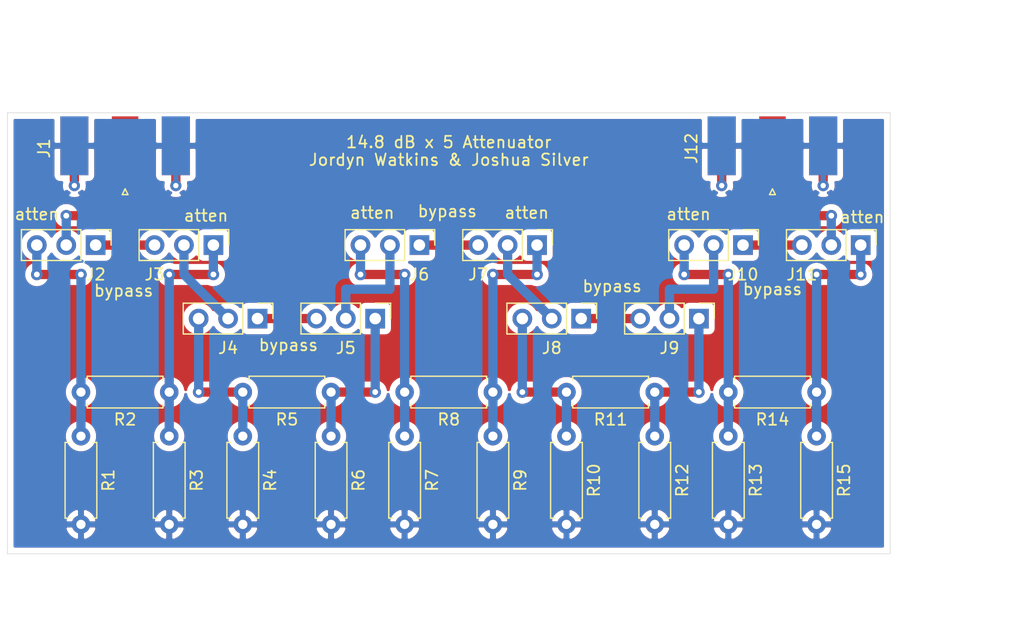
<source format=kicad_pcb>
(kicad_pcb (version 20171130) (host pcbnew "(5.1.5-0)")
  (layers (0 F.Cu signal) (31 B.Cu signal) (34 B.Paste user) (35 F.Paste user) (36 B.SilkS user) (37 F.SilkS user) (38 B.Mask user) (39 F.Mask user) (44 Edge.Cuts user))
  (net 0 "")
  (net 1 "Net-(J1-Pad1)")
  (net 2 "Net-(J2-Pad1)")
  (net 3 "Net-(J3-Pad1)")
  (net 4 "Net-(J4-Pad1)")
  (net 5 "Net-(J5-Pad2)")
  (net 6 "Net-(J5-Pad1)")
  (net 7 "Net-(J6-Pad1)")
  (net 8 "Net-(J7-Pad1)")
  (net 9 "Net-(J8-Pad1)")
  (net 10 "Net-(J10-Pad3)")
  (net 11 "Net-(J10-Pad1)")
  (net 12 "Net-(J10-Pad2)")
  (net 13 GND)
  (net 14 "Net-(J2-Pad3)")
  (net 15 "Net-(J3-Pad2)")
  (net 16 "Net-(J4-Pad3)")
  (net 17 "Net-(J6-Pad3)")
  (net 18 "Net-(J7-Pad2)")
  (net 19 "Net-(J8-Pad3)")
  (net 20 "Net-(J9-Pad1)")
  (net 21 "Net-(J11-Pad1)")
  (net 22 "Net-(J11-Pad2)")
  (module Resistor_THT:R_Axial_DIN0207_L6.3mm_D2.5mm_P7.62mm_Horizontal (layer F.Cu) (at 149.86 78.74 270)
    (fp_text reference R15 (at 3.81 -2.37 90) (layer F.SilkS))
    (fp_text value 73.2)
    (fp_line (start 0.54 -1.04) (end 0.54 -1.37) (layer F.SilkS) (width 0.12))
    (fp_line (start 0.54 -1.37) (end 7.08 -1.37) (layer F.SilkS) (width 0.12))
    (fp_line (start 7.08 -1.37) (end 7.08 -1.04) (layer F.SilkS) (width 0.12))
    (fp_line (start 0.54 1.04) (end 0.54 1.37) (layer F.SilkS) (width 0.12))
    (fp_line (start 0.54 1.37) (end 7.08 1.37) (layer F.SilkS) (width 0.12))
    (fp_line (start 7.08 1.37) (end 7.08 1.04) (layer F.SilkS) (width 0.12))
    (pad 1 thru_hole circle (at 0 0 270) (size 1.6 1.6) (drill 0.8) (layers *.Cu *.Mask) (net 21 "Net-(J11-Pad1)"))
    (pad 2 thru_hole oval (at 7.62 0 270) (size 1.6 1.6) (drill 0.8) (layers *.Cu *.Mask) (net 13 GND))
  )
  (module Connector_Coaxial:SMA_Molex_73251-1153_EdgeMount_Horizontal (layer F.Cu) (at 90.17 55.372 270)
    (fp_text reference J1 (at -1.5 7 90) (layer F.SilkS))
    (fp_text value Conn_Coaxial)
    (fp_line (start 2.5 0.25) (end 2 0) (layer F.SilkS) (width 0.12))
    (fp_line (start 2.5 -0.25) (end 2.5 0.25) (layer F.SilkS) (width 0.12))
    (fp_line (start 2 0) (end 2.5 -0.25) (layer F.SilkS) (width 0.12))
    (pad 1 smd rect (at -1.72 0 270) (size 5.08 2.29) (layers F.Cu F.Paste F.Mask) (net 1 "Net-(J1-Pad1)"))
    (pad 2 smd rect (at -1.72 -4.38 270) (size 5.08 2.42) (layers F.Cu F.Paste F.Mask) (net 13 GND))
    (pad 2 smd rect (at -1.72 4.38 270) (size 5.08 2.42) (layers F.Cu F.Paste F.Mask) (net 13 GND))
    (pad 2 smd rect (at -1.72 -4.38 270) (size 5.08 2.42) (layers B.Cu B.Paste B.Mask) (net 13 GND))
    (pad 2 smd rect (at -1.72 4.38 270) (size 5.08 2.42) (layers B.Cu B.Paste B.Mask) (net 13 GND))
    (pad 2 thru_hole circle (at 1.72 -4.38 270) (size 0.97 0.97) (drill 0.46) (layers *.Cu) (net 13 GND))
    (pad 2 thru_hole circle (at 1.72 4.38 270) (size 0.97 0.97) (drill 0.46) (layers *.Cu) (net 13 GND))
    (pad 2 smd rect (at 1.27 -4.38 270) (size 0.95 0.46) (layers F.Cu) (net 13 GND))
    (pad 2 smd rect (at 1.27 4.38 270) (size 0.95 0.46) (layers F.Cu) (net 13 GND))
    (pad 2 smd rect (at 1.27 -4.38 270) (size 0.95 0.46) (layers B.Cu) (net 13 GND))
    (pad 2 smd rect (at 1.27 4.38 270) (size 0.95 0.46) (layers B.Cu) (net 13 GND))
  )
  (module Connector_Coaxial:SMA_Molex_73251-1153_EdgeMount_Horizontal (layer F.Cu) (at 146.05 55.372 270)
    (fp_text reference J12 (at -1.5 7 90) (layer F.SilkS))
    (fp_text value Conn_Coaxial)
    (fp_line (start 2 0) (end 2.5 -0.25) (layer F.SilkS) (width 0.12))
    (fp_line (start 2.5 -0.25) (end 2.5 0.25) (layer F.SilkS) (width 0.12))
    (fp_line (start 2.5 0.25) (end 2 0) (layer F.SilkS) (width 0.12))
    (pad 2 smd rect (at 1.27 4.38 270) (size 0.95 0.46) (layers B.Cu) (net 13 GND))
    (pad 2 smd rect (at 1.27 -4.38 270) (size 0.95 0.46) (layers B.Cu) (net 13 GND))
    (pad 2 smd rect (at 1.27 4.38 270) (size 0.95 0.46) (layers F.Cu) (net 13 GND))
    (pad 2 smd rect (at 1.27 -4.38 270) (size 0.95 0.46) (layers F.Cu) (net 13 GND))
    (pad 2 thru_hole circle (at 1.72 4.38 270) (size 0.97 0.97) (drill 0.46) (layers *.Cu) (net 13 GND))
    (pad 2 thru_hole circle (at 1.72 -4.38 270) (size 0.97 0.97) (drill 0.46) (layers *.Cu) (net 13 GND))
    (pad 2 smd rect (at -1.72 4.38 270) (size 5.08 2.42) (layers B.Cu B.Paste B.Mask) (net 13 GND))
    (pad 2 smd rect (at -1.72 -4.38 270) (size 5.08 2.42) (layers B.Cu B.Paste B.Mask) (net 13 GND))
    (pad 2 smd rect (at -1.72 4.38 270) (size 5.08 2.42) (layers F.Cu F.Paste F.Mask) (net 13 GND))
    (pad 2 smd rect (at -1.72 -4.38 270) (size 5.08 2.42) (layers F.Cu F.Paste F.Mask) (net 13 GND))
    (pad 1 smd rect (at -1.72 0 270) (size 5.08 2.29) (layers F.Cu F.Paste F.Mask) (net 22 "Net-(J11-Pad2)"))
  )
  (module Resistor_THT:R_Axial_DIN0207_L6.3mm_D2.5mm_P7.62mm_Horizontal (layer F.Cu) (at 86.36 78.74 270)
    (fp_text reference R1 (at 3.81 -2.37 90) (layer F.SilkS))
    (fp_text value 73.2)
    (fp_line (start 0.54 -1.04) (end 0.54 -1.37) (layer F.SilkS) (width 0.12))
    (fp_line (start 0.54 -1.37) (end 7.08 -1.37) (layer F.SilkS) (width 0.12))
    (fp_line (start 7.08 -1.37) (end 7.08 -1.04) (layer F.SilkS) (width 0.12))
    (fp_line (start 0.54 1.04) (end 0.54 1.37) (layer F.SilkS) (width 0.12))
    (fp_line (start 0.54 1.37) (end 7.08 1.37) (layer F.SilkS) (width 0.12))
    (fp_line (start 7.08 1.37) (end 7.08 1.04) (layer F.SilkS) (width 0.12))
    (pad 1 thru_hole circle (at 0 0 270) (size 1.6 1.6) (drill 0.8) (layers *.Cu *.Mask) (net 14 "Net-(J2-Pad3)"))
    (pad 2 thru_hole oval (at 7.62 0 270) (size 1.6 1.6) (drill 0.8) (layers *.Cu *.Mask) (net 13 GND))
  )
  (module Resistor_THT:R_Axial_DIN0207_L6.3mm_D2.5mm_P7.62mm_Horizontal (layer F.Cu) (at 93.98 74.93 180)
    (fp_text reference R2 (at 3.81 -2.37) (layer F.SilkS))
    (fp_text value 133)
    (fp_line (start 0.54 -1.04) (end 0.54 -1.37) (layer F.SilkS) (width 0.12))
    (fp_line (start 0.54 -1.37) (end 7.08 -1.37) (layer F.SilkS) (width 0.12))
    (fp_line (start 7.08 -1.37) (end 7.08 -1.04) (layer F.SilkS) (width 0.12))
    (fp_line (start 0.54 1.04) (end 0.54 1.37) (layer F.SilkS) (width 0.12))
    (fp_line (start 0.54 1.37) (end 7.08 1.37) (layer F.SilkS) (width 0.12))
    (fp_line (start 7.08 1.37) (end 7.08 1.04) (layer F.SilkS) (width 0.12))
    (pad 1 thru_hole circle (at 0 0 180) (size 1.6 1.6) (drill 0.8) (layers *.Cu *.Mask) (net 3 "Net-(J3-Pad1)"))
    (pad 2 thru_hole oval (at 7.62 0 180) (size 1.6 1.6) (drill 0.8) (layers *.Cu *.Mask) (net 14 "Net-(J2-Pad3)"))
  )
  (module Resistor_THT:R_Axial_DIN0207_L6.3mm_D2.5mm_P7.62mm_Horizontal (layer F.Cu) (at 93.98 78.74 270)
    (fp_text reference R3 (at 3.81 -2.37 90) (layer F.SilkS))
    (fp_text value 73.2)
    (fp_line (start 7.08 1.37) (end 7.08 1.04) (layer F.SilkS) (width 0.12))
    (fp_line (start 0.54 1.37) (end 7.08 1.37) (layer F.SilkS) (width 0.12))
    (fp_line (start 0.54 1.04) (end 0.54 1.37) (layer F.SilkS) (width 0.12))
    (fp_line (start 7.08 -1.37) (end 7.08 -1.04) (layer F.SilkS) (width 0.12))
    (fp_line (start 0.54 -1.37) (end 7.08 -1.37) (layer F.SilkS) (width 0.12))
    (fp_line (start 0.54 -1.04) (end 0.54 -1.37) (layer F.SilkS) (width 0.12))
    (pad 2 thru_hole oval (at 7.62 0 270) (size 1.6 1.6) (drill 0.8) (layers *.Cu *.Mask) (net 13 GND))
    (pad 1 thru_hole circle (at 0 0 270) (size 1.6 1.6) (drill 0.8) (layers *.Cu *.Mask) (net 3 "Net-(J3-Pad1)"))
  )
  (module Resistor_THT:R_Axial_DIN0207_L6.3mm_D2.5mm_P7.62mm_Horizontal (layer F.Cu) (at 100.33 78.74 270)
    (fp_text reference R4 (at 3.81 -2.37 90) (layer F.SilkS))
    (fp_text value 73.2)
    (fp_line (start 7.08 1.37) (end 7.08 1.04) (layer F.SilkS) (width 0.12))
    (fp_line (start 0.54 1.37) (end 7.08 1.37) (layer F.SilkS) (width 0.12))
    (fp_line (start 0.54 1.04) (end 0.54 1.37) (layer F.SilkS) (width 0.12))
    (fp_line (start 7.08 -1.37) (end 7.08 -1.04) (layer F.SilkS) (width 0.12))
    (fp_line (start 0.54 -1.37) (end 7.08 -1.37) (layer F.SilkS) (width 0.12))
    (fp_line (start 0.54 -1.04) (end 0.54 -1.37) (layer F.SilkS) (width 0.12))
    (pad 2 thru_hole oval (at 7.62 0 270) (size 1.6 1.6) (drill 0.8) (layers *.Cu *.Mask) (net 13 GND))
    (pad 1 thru_hole circle (at 0 0 270) (size 1.6 1.6) (drill 0.8) (layers *.Cu *.Mask) (net 16 "Net-(J4-Pad3)"))
  )
  (module Resistor_THT:R_Axial_DIN0207_L6.3mm_D2.5mm_P7.62mm_Horizontal (layer F.Cu) (at 107.95 74.93 180)
    (fp_text reference R5 (at 3.81 -2.37) (layer F.SilkS))
    (fp_text value 133)
    (fp_line (start 7.08 1.37) (end 7.08 1.04) (layer F.SilkS) (width 0.12))
    (fp_line (start 0.54 1.37) (end 7.08 1.37) (layer F.SilkS) (width 0.12))
    (fp_line (start 0.54 1.04) (end 0.54 1.37) (layer F.SilkS) (width 0.12))
    (fp_line (start 7.08 -1.37) (end 7.08 -1.04) (layer F.SilkS) (width 0.12))
    (fp_line (start 0.54 -1.37) (end 7.08 -1.37) (layer F.SilkS) (width 0.12))
    (fp_line (start 0.54 -1.04) (end 0.54 -1.37) (layer F.SilkS) (width 0.12))
    (pad 2 thru_hole oval (at 7.62 0 180) (size 1.6 1.6) (drill 0.8) (layers *.Cu *.Mask) (net 16 "Net-(J4-Pad3)"))
    (pad 1 thru_hole circle (at 0 0 180) (size 1.6 1.6) (drill 0.8) (layers *.Cu *.Mask) (net 6 "Net-(J5-Pad1)"))
  )
  (module Resistor_THT:R_Axial_DIN0207_L6.3mm_D2.5mm_P7.62mm_Horizontal (layer F.Cu) (at 107.95 78.74 270)
    (fp_text reference R6 (at 3.81 -2.37 90) (layer F.SilkS))
    (fp_text value 73.2)
    (fp_line (start 0.54 -1.04) (end 0.54 -1.37) (layer F.SilkS) (width 0.12))
    (fp_line (start 0.54 -1.37) (end 7.08 -1.37) (layer F.SilkS) (width 0.12))
    (fp_line (start 7.08 -1.37) (end 7.08 -1.04) (layer F.SilkS) (width 0.12))
    (fp_line (start 0.54 1.04) (end 0.54 1.37) (layer F.SilkS) (width 0.12))
    (fp_line (start 0.54 1.37) (end 7.08 1.37) (layer F.SilkS) (width 0.12))
    (fp_line (start 7.08 1.37) (end 7.08 1.04) (layer F.SilkS) (width 0.12))
    (pad 1 thru_hole circle (at 0 0 270) (size 1.6 1.6) (drill 0.8) (layers *.Cu *.Mask) (net 6 "Net-(J5-Pad1)"))
    (pad 2 thru_hole oval (at 7.62 0 270) (size 1.6 1.6) (drill 0.8) (layers *.Cu *.Mask) (net 13 GND))
  )
  (module Resistor_THT:R_Axial_DIN0207_L6.3mm_D2.5mm_P7.62mm_Horizontal (layer F.Cu) (at 114.3 78.74 270)
    (fp_text reference R7 (at 3.81 -2.37 90) (layer F.SilkS))
    (fp_text value 73.2)
    (fp_line (start 0.54 -1.04) (end 0.54 -1.37) (layer F.SilkS) (width 0.12))
    (fp_line (start 0.54 -1.37) (end 7.08 -1.37) (layer F.SilkS) (width 0.12))
    (fp_line (start 7.08 -1.37) (end 7.08 -1.04) (layer F.SilkS) (width 0.12))
    (fp_line (start 0.54 1.04) (end 0.54 1.37) (layer F.SilkS) (width 0.12))
    (fp_line (start 0.54 1.37) (end 7.08 1.37) (layer F.SilkS) (width 0.12))
    (fp_line (start 7.08 1.37) (end 7.08 1.04) (layer F.SilkS) (width 0.12))
    (pad 1 thru_hole circle (at 0 0 270) (size 1.6 1.6) (drill 0.8) (layers *.Cu *.Mask) (net 17 "Net-(J6-Pad3)"))
    (pad 2 thru_hole oval (at 7.62 0 270) (size 1.6 1.6) (drill 0.8) (layers *.Cu *.Mask) (net 13 GND))
  )
  (module Resistor_THT:R_Axial_DIN0207_L6.3mm_D2.5mm_P7.62mm_Horizontal (layer F.Cu) (at 121.92 74.93 180)
    (fp_text reference R8 (at 3.81 -2.37) (layer F.SilkS))
    (fp_text value 133)
    (fp_line (start 0.54 -1.04) (end 0.54 -1.37) (layer F.SilkS) (width 0.12))
    (fp_line (start 0.54 -1.37) (end 7.08 -1.37) (layer F.SilkS) (width 0.12))
    (fp_line (start 7.08 -1.37) (end 7.08 -1.04) (layer F.SilkS) (width 0.12))
    (fp_line (start 0.54 1.04) (end 0.54 1.37) (layer F.SilkS) (width 0.12))
    (fp_line (start 0.54 1.37) (end 7.08 1.37) (layer F.SilkS) (width 0.12))
    (fp_line (start 7.08 1.37) (end 7.08 1.04) (layer F.SilkS) (width 0.12))
    (pad 1 thru_hole circle (at 0 0 180) (size 1.6 1.6) (drill 0.8) (layers *.Cu *.Mask) (net 8 "Net-(J7-Pad1)"))
    (pad 2 thru_hole oval (at 7.62 0 180) (size 1.6 1.6) (drill 0.8) (layers *.Cu *.Mask) (net 17 "Net-(J6-Pad3)"))
  )
  (module Resistor_THT:R_Axial_DIN0207_L6.3mm_D2.5mm_P7.62mm_Horizontal (layer F.Cu) (at 121.92 78.74 270)
    (fp_text reference R9 (at 3.81 -2.37 90) (layer F.SilkS))
    (fp_text value 73.2)
    (fp_line (start 7.08 1.37) (end 7.08 1.04) (layer F.SilkS) (width 0.12))
    (fp_line (start 0.54 1.37) (end 7.08 1.37) (layer F.SilkS) (width 0.12))
    (fp_line (start 0.54 1.04) (end 0.54 1.37) (layer F.SilkS) (width 0.12))
    (fp_line (start 7.08 -1.37) (end 7.08 -1.04) (layer F.SilkS) (width 0.12))
    (fp_line (start 0.54 -1.37) (end 7.08 -1.37) (layer F.SilkS) (width 0.12))
    (fp_line (start 0.54 -1.04) (end 0.54 -1.37) (layer F.SilkS) (width 0.12))
    (pad 2 thru_hole oval (at 7.62 0 270) (size 1.6 1.6) (drill 0.8) (layers *.Cu *.Mask) (net 13 GND))
    (pad 1 thru_hole circle (at 0 0 270) (size 1.6 1.6) (drill 0.8) (layers *.Cu *.Mask) (net 8 "Net-(J7-Pad1)"))
  )
  (module Resistor_THT:R_Axial_DIN0207_L6.3mm_D2.5mm_P7.62mm_Horizontal (layer F.Cu) (at 128.27 78.74 270)
    (fp_text reference R10 (at 3.81 -2.37 90) (layer F.SilkS))
    (fp_text value 73.2)
    (fp_line (start 7.08 1.37) (end 7.08 1.04) (layer F.SilkS) (width 0.12))
    (fp_line (start 0.54 1.37) (end 7.08 1.37) (layer F.SilkS) (width 0.12))
    (fp_line (start 0.54 1.04) (end 0.54 1.37) (layer F.SilkS) (width 0.12))
    (fp_line (start 7.08 -1.37) (end 7.08 -1.04) (layer F.SilkS) (width 0.12))
    (fp_line (start 0.54 -1.37) (end 7.08 -1.37) (layer F.SilkS) (width 0.12))
    (fp_line (start 0.54 -1.04) (end 0.54 -1.37) (layer F.SilkS) (width 0.12))
    (pad 2 thru_hole oval (at 7.62 0 270) (size 1.6 1.6) (drill 0.8) (layers *.Cu *.Mask) (net 13 GND))
    (pad 1 thru_hole circle (at 0 0 270) (size 1.6 1.6) (drill 0.8) (layers *.Cu *.Mask) (net 19 "Net-(J8-Pad3)"))
  )
  (module Resistor_THT:R_Axial_DIN0207_L6.3mm_D2.5mm_P7.62mm_Horizontal (layer F.Cu) (at 135.89 74.93 180)
    (fp_text reference R11 (at 3.81 -2.37) (layer F.SilkS))
    (fp_text value 133)
    (fp_line (start 7.08 1.37) (end 7.08 1.04) (layer F.SilkS) (width 0.12))
    (fp_line (start 0.54 1.37) (end 7.08 1.37) (layer F.SilkS) (width 0.12))
    (fp_line (start 0.54 1.04) (end 0.54 1.37) (layer F.SilkS) (width 0.12))
    (fp_line (start 7.08 -1.37) (end 7.08 -1.04) (layer F.SilkS) (width 0.12))
    (fp_line (start 0.54 -1.37) (end 7.08 -1.37) (layer F.SilkS) (width 0.12))
    (fp_line (start 0.54 -1.04) (end 0.54 -1.37) (layer F.SilkS) (width 0.12))
    (pad 2 thru_hole oval (at 7.62 0 180) (size 1.6 1.6) (drill 0.8) (layers *.Cu *.Mask) (net 19 "Net-(J8-Pad3)"))
    (pad 1 thru_hole circle (at 0 0 180) (size 1.6 1.6) (drill 0.8) (layers *.Cu *.Mask) (net 20 "Net-(J9-Pad1)"))
  )
  (module Resistor_THT:R_Axial_DIN0207_L6.3mm_D2.5mm_P7.62mm_Horizontal (layer F.Cu) (at 135.89 78.74 270)
    (fp_text reference R12 (at 3.81 -2.37 90) (layer F.SilkS))
    (fp_text value 73.2)
    (fp_line (start 0.54 -1.04) (end 0.54 -1.37) (layer F.SilkS) (width 0.12))
    (fp_line (start 0.54 -1.37) (end 7.08 -1.37) (layer F.SilkS) (width 0.12))
    (fp_line (start 7.08 -1.37) (end 7.08 -1.04) (layer F.SilkS) (width 0.12))
    (fp_line (start 0.54 1.04) (end 0.54 1.37) (layer F.SilkS) (width 0.12))
    (fp_line (start 0.54 1.37) (end 7.08 1.37) (layer F.SilkS) (width 0.12))
    (fp_line (start 7.08 1.37) (end 7.08 1.04) (layer F.SilkS) (width 0.12))
    (pad 1 thru_hole circle (at 0 0 270) (size 1.6 1.6) (drill 0.8) (layers *.Cu *.Mask) (net 20 "Net-(J9-Pad1)"))
    (pad 2 thru_hole oval (at 7.62 0 270) (size 1.6 1.6) (drill 0.8) (layers *.Cu *.Mask) (net 13 GND))
  )
  (module Resistor_THT:R_Axial_DIN0207_L6.3mm_D2.5mm_P7.62mm_Horizontal (layer F.Cu) (at 142.24 78.74 270)
    (fp_text reference R13 (at 3.81 -2.37 90) (layer F.SilkS))
    (fp_text value 73.2)
    (fp_line (start 0.54 -1.04) (end 0.54 -1.37) (layer F.SilkS) (width 0.12))
    (fp_line (start 0.54 -1.37) (end 7.08 -1.37) (layer F.SilkS) (width 0.12))
    (fp_line (start 7.08 -1.37) (end 7.08 -1.04) (layer F.SilkS) (width 0.12))
    (fp_line (start 0.54 1.04) (end 0.54 1.37) (layer F.SilkS) (width 0.12))
    (fp_line (start 0.54 1.37) (end 7.08 1.37) (layer F.SilkS) (width 0.12))
    (fp_line (start 7.08 1.37) (end 7.08 1.04) (layer F.SilkS) (width 0.12))
    (pad 1 thru_hole circle (at 0 0 270) (size 1.6 1.6) (drill 0.8) (layers *.Cu *.Mask) (net 10 "Net-(J10-Pad3)"))
    (pad 2 thru_hole oval (at 7.62 0 270) (size 1.6 1.6) (drill 0.8) (layers *.Cu *.Mask) (net 13 GND))
  )
  (module Resistor_THT:R_Axial_DIN0207_L6.3mm_D2.5mm_P7.62mm_Horizontal (layer F.Cu) (at 149.86 74.93 180)
    (fp_text reference R14 (at 3.81 -2.37) (layer F.SilkS))
    (fp_text value 133)
    (fp_line (start 7.08 1.37) (end 7.08 1.04) (layer F.SilkS) (width 0.12))
    (fp_line (start 0.54 1.37) (end 7.08 1.37) (layer F.SilkS) (width 0.12))
    (fp_line (start 0.54 1.04) (end 0.54 1.37) (layer F.SilkS) (width 0.12))
    (fp_line (start 7.08 -1.37) (end 7.08 -1.04) (layer F.SilkS) (width 0.12))
    (fp_line (start 0.54 -1.37) (end 7.08 -1.37) (layer F.SilkS) (width 0.12))
    (fp_line (start 0.54 -1.04) (end 0.54 -1.37) (layer F.SilkS) (width 0.12))
    (pad 2 thru_hole oval (at 7.62 0 180) (size 1.6 1.6) (drill 0.8) (layers *.Cu *.Mask) (net 10 "Net-(J10-Pad3)"))
    (pad 1 thru_hole circle (at 0 0 180) (size 1.6 1.6) (drill 0.8) (layers *.Cu *.Mask) (net 21 "Net-(J11-Pad1)"))
  )
  (module Connector_PinHeader_2.54mm:PinHeader_1x03_P2.54mm_Vertical (layer F.Cu) (at 87.63 62.23 270)
    (fp_text reference J2 (at 2.54 0 180) (layer F.SilkS))
    (fp_text value Conn_01x03_Male)
    (fp_line (start -1.33 6.41) (end 1.33 6.41) (layer F.SilkS) (width 0.12))
    (fp_line (start -1.33 1.27) (end -1.33 6.41) (layer F.SilkS) (width 0.12))
    (fp_line (start 1.33 1.27) (end 1.33 6.41) (layer F.SilkS) (width 0.12))
    (fp_line (start -1.33 1.27) (end 1.33 1.27) (layer F.SilkS) (width 0.12))
    (fp_line (start -1.33 0) (end -1.33 -1.33) (layer F.SilkS) (width 0.12))
    (fp_line (start -1.33 -1.33) (end 0 -1.33) (layer F.SilkS) (width 0.12))
    (pad 1 thru_hole rect (at 0 0 270) (size 1.7 1.7) (drill 1) (layers *.Cu *.Mask) (net 2 "Net-(J2-Pad1)"))
    (pad 2 thru_hole oval (at 0 2.54 270) (size 1.7 1.7) (drill 1) (layers *.Cu *.Mask) (net 1 "Net-(J1-Pad1)"))
    (pad 3 thru_hole oval (at 0 5.08 270) (size 1.7 1.7) (drill 1) (layers *.Cu *.Mask) (net 14 "Net-(J2-Pad3)"))
  )
  (module Connector_PinHeader_2.54mm:PinHeader_1x03_P2.54mm_Vertical (layer F.Cu) (at 97.79 62.23 270)
    (fp_text reference J3 (at 2.54 5.08 180) (layer F.SilkS))
    (fp_text value Conn_01x03_Male)
    (fp_line (start -1.33 6.41) (end 1.33 6.41) (layer F.SilkS) (width 0.12))
    (fp_line (start -1.33 1.27) (end -1.33 6.41) (layer F.SilkS) (width 0.12))
    (fp_line (start 1.33 1.27) (end 1.33 6.41) (layer F.SilkS) (width 0.12))
    (fp_line (start -1.33 1.27) (end 1.33 1.27) (layer F.SilkS) (width 0.12))
    (fp_line (start -1.33 0) (end -1.33 -1.33) (layer F.SilkS) (width 0.12))
    (fp_line (start -1.33 -1.33) (end 0 -1.33) (layer F.SilkS) (width 0.12))
    (pad 1 thru_hole rect (at 0 0 270) (size 1.7 1.7) (drill 1) (layers *.Cu *.Mask) (net 3 "Net-(J3-Pad1)"))
    (pad 2 thru_hole oval (at 0 2.54 270) (size 1.7 1.7) (drill 1) (layers *.Cu *.Mask) (net 15 "Net-(J3-Pad2)"))
    (pad 3 thru_hole oval (at 0 5.08 270) (size 1.7 1.7) (drill 1) (layers *.Cu *.Mask) (net 2 "Net-(J2-Pad1)"))
  )
  (module Connector_PinHeader_2.54mm:PinHeader_1x03_P2.54mm_Vertical (layer F.Cu) (at 101.6 68.58 270)
    (fp_text reference J4 (at 2.54 2.54 180) (layer F.SilkS))
    (fp_text value Conn_01x03_Male)
    (fp_line (start -1.33 -1.33) (end 0 -1.33) (layer F.SilkS) (width 0.12))
    (fp_line (start -1.33 0) (end -1.33 -1.33) (layer F.SilkS) (width 0.12))
    (fp_line (start -1.33 1.27) (end 1.33 1.27) (layer F.SilkS) (width 0.12))
    (fp_line (start 1.33 1.27) (end 1.33 6.41) (layer F.SilkS) (width 0.12))
    (fp_line (start -1.33 1.27) (end -1.33 6.41) (layer F.SilkS) (width 0.12))
    (fp_line (start -1.33 6.41) (end 1.33 6.41) (layer F.SilkS) (width 0.12))
    (pad 3 thru_hole oval (at 0 5.08 270) (size 1.7 1.7) (drill 1) (layers *.Cu *.Mask) (net 16 "Net-(J4-Pad3)"))
    (pad 2 thru_hole oval (at 0 2.54 270) (size 1.7 1.7) (drill 1) (layers *.Cu *.Mask) (net 15 "Net-(J3-Pad2)"))
    (pad 1 thru_hole rect (at 0 0 270) (size 1.7 1.7) (drill 1) (layers *.Cu *.Mask) (net 4 "Net-(J4-Pad1)"))
  )
  (module Connector_PinHeader_2.54mm:PinHeader_1x03_P2.54mm_Vertical (layer F.Cu) (at 111.76 68.58 270)
    (fp_text reference J5 (at 2.54 2.54 180) (layer F.SilkS))
    (fp_text value Conn_01x03_Male)
    (fp_line (start -1.33 6.41) (end 1.33 6.41) (layer F.SilkS) (width 0.12))
    (fp_line (start -1.33 1.27) (end -1.33 6.41) (layer F.SilkS) (width 0.12))
    (fp_line (start 1.33 1.27) (end 1.33 6.41) (layer F.SilkS) (width 0.12))
    (fp_line (start -1.33 1.27) (end 1.33 1.27) (layer F.SilkS) (width 0.12))
    (fp_line (start -1.33 0) (end -1.33 -1.33) (layer F.SilkS) (width 0.12))
    (fp_line (start -1.33 -1.33) (end 0 -1.33) (layer F.SilkS) (width 0.12))
    (pad 1 thru_hole rect (at 0 0 270) (size 1.7 1.7) (drill 1) (layers *.Cu *.Mask) (net 6 "Net-(J5-Pad1)"))
    (pad 2 thru_hole oval (at 0 2.54 270) (size 1.7 1.7) (drill 1) (layers *.Cu *.Mask) (net 5 "Net-(J5-Pad2)"))
    (pad 3 thru_hole oval (at 0 5.08 270) (size 1.7 1.7) (drill 1) (layers *.Cu *.Mask) (net 4 "Net-(J4-Pad1)"))
  )
  (module Connector_PinHeader_2.54mm:PinHeader_1x03_P2.54mm_Vertical (layer F.Cu) (at 115.57 62.23 270)
    (fp_text reference J6 (at 2.54 0 180) (layer F.SilkS))
    (fp_text value Conn_01x03_Male)
    (fp_line (start -1.33 -1.33) (end 0 -1.33) (layer F.SilkS) (width 0.12))
    (fp_line (start -1.33 0) (end -1.33 -1.33) (layer F.SilkS) (width 0.12))
    (fp_line (start -1.33 1.27) (end 1.33 1.27) (layer F.SilkS) (width 0.12))
    (fp_line (start 1.33 1.27) (end 1.33 6.41) (layer F.SilkS) (width 0.12))
    (fp_line (start -1.33 1.27) (end -1.33 6.41) (layer F.SilkS) (width 0.12))
    (fp_line (start -1.33 6.41) (end 1.33 6.41) (layer F.SilkS) (width 0.12))
    (pad 3 thru_hole oval (at 0 5.08 270) (size 1.7 1.7) (drill 1) (layers *.Cu *.Mask) (net 17 "Net-(J6-Pad3)"))
    (pad 2 thru_hole oval (at 0 2.54 270) (size 1.7 1.7) (drill 1) (layers *.Cu *.Mask) (net 5 "Net-(J5-Pad2)"))
    (pad 1 thru_hole rect (at 0 0 270) (size 1.7 1.7) (drill 1) (layers *.Cu *.Mask) (net 7 "Net-(J6-Pad1)"))
  )
  (module Connector_PinHeader_2.54mm:PinHeader_1x03_P2.54mm_Vertical (layer F.Cu) (at 125.73 62.23 270)
    (fp_text reference J7 (at 2.54 5.08 180) (layer F.SilkS))
    (fp_text value Conn_01x03_Male)
    (fp_line (start -1.33 6.41) (end 1.33 6.41) (layer F.SilkS) (width 0.12))
    (fp_line (start -1.33 1.27) (end -1.33 6.41) (layer F.SilkS) (width 0.12))
    (fp_line (start 1.33 1.27) (end 1.33 6.41) (layer F.SilkS) (width 0.12))
    (fp_line (start -1.33 1.27) (end 1.33 1.27) (layer F.SilkS) (width 0.12))
    (fp_line (start -1.33 0) (end -1.33 -1.33) (layer F.SilkS) (width 0.12))
    (fp_line (start -1.33 -1.33) (end 0 -1.33) (layer F.SilkS) (width 0.12))
    (pad 1 thru_hole rect (at 0 0 270) (size 1.7 1.7) (drill 1) (layers *.Cu *.Mask) (net 8 "Net-(J7-Pad1)"))
    (pad 2 thru_hole oval (at 0 2.54 270) (size 1.7 1.7) (drill 1) (layers *.Cu *.Mask) (net 18 "Net-(J7-Pad2)"))
    (pad 3 thru_hole oval (at 0 5.08 270) (size 1.7 1.7) (drill 1) (layers *.Cu *.Mask) (net 7 "Net-(J6-Pad1)"))
  )
  (module Connector_PinHeader_2.54mm:PinHeader_1x03_P2.54mm_Vertical (layer F.Cu) (at 129.54 68.58 270)
    (fp_text reference J8 (at 2.54 2.54 180) (layer F.SilkS))
    (fp_text value Conn_01x03_Male)
    (fp_line (start -1.33 -1.33) (end 0 -1.33) (layer F.SilkS) (width 0.12))
    (fp_line (start -1.33 0) (end -1.33 -1.33) (layer F.SilkS) (width 0.12))
    (fp_line (start -1.33 1.27) (end 1.33 1.27) (layer F.SilkS) (width 0.12))
    (fp_line (start 1.33 1.27) (end 1.33 6.41) (layer F.SilkS) (width 0.12))
    (fp_line (start -1.33 1.27) (end -1.33 6.41) (layer F.SilkS) (width 0.12))
    (fp_line (start -1.33 6.41) (end 1.33 6.41) (layer F.SilkS) (width 0.12))
    (pad 3 thru_hole oval (at 0 5.08 270) (size 1.7 1.7) (drill 1) (layers *.Cu *.Mask) (net 19 "Net-(J8-Pad3)"))
    (pad 2 thru_hole oval (at 0 2.54 270) (size 1.7 1.7) (drill 1) (layers *.Cu *.Mask) (net 18 "Net-(J7-Pad2)"))
    (pad 1 thru_hole rect (at 0 0 270) (size 1.7 1.7) (drill 1) (layers *.Cu *.Mask) (net 9 "Net-(J8-Pad1)"))
  )
  (module Connector_PinHeader_2.54mm:PinHeader_1x03_P2.54mm_Vertical (layer F.Cu) (at 139.7 68.58 270)
    (fp_text reference J9 (at 2.54 2.54 180) (layer F.SilkS))
    (fp_text value Conn_01x03_Male)
    (fp_line (start -1.33 6.41) (end 1.33 6.41) (layer F.SilkS) (width 0.12))
    (fp_line (start -1.33 1.27) (end -1.33 6.41) (layer F.SilkS) (width 0.12))
    (fp_line (start 1.33 1.27) (end 1.33 6.41) (layer F.SilkS) (width 0.12))
    (fp_line (start -1.33 1.27) (end 1.33 1.27) (layer F.SilkS) (width 0.12))
    (fp_line (start -1.33 0) (end -1.33 -1.33) (layer F.SilkS) (width 0.12))
    (fp_line (start -1.33 -1.33) (end 0 -1.33) (layer F.SilkS) (width 0.12))
    (pad 1 thru_hole rect (at 0 0 270) (size 1.7 1.7) (drill 1) (layers *.Cu *.Mask) (net 20 "Net-(J9-Pad1)"))
    (pad 2 thru_hole oval (at 0 2.54 270) (size 1.7 1.7) (drill 1) (layers *.Cu *.Mask) (net 12 "Net-(J10-Pad2)"))
    (pad 3 thru_hole oval (at 0 5.08 270) (size 1.7 1.7) (drill 1) (layers *.Cu *.Mask) (net 9 "Net-(J8-Pad1)"))
  )
  (module Connector_PinHeader_2.54mm:PinHeader_1x03_P2.54mm_Vertical (layer F.Cu) (at 153.67 62.23 270)
    (fp_text reference J11 (at 2.54 5.08 180) (layer F.SilkS))
    (fp_text value Conn_01x03_Male)
    (fp_line (start -1.33 -1.33) (end 0 -1.33) (layer F.SilkS) (width 0.12))
    (fp_line (start -1.33 0) (end -1.33 -1.33) (layer F.SilkS) (width 0.12))
    (fp_line (start -1.33 1.27) (end 1.33 1.27) (layer F.SilkS) (width 0.12))
    (fp_line (start 1.33 1.27) (end 1.33 6.41) (layer F.SilkS) (width 0.12))
    (fp_line (start -1.33 1.27) (end -1.33 6.41) (layer F.SilkS) (width 0.12))
    (fp_line (start -1.33 6.41) (end 1.33 6.41) (layer F.SilkS) (width 0.12))
    (pad 3 thru_hole oval (at 0 5.08 270) (size 1.7 1.7) (drill 1) (layers *.Cu *.Mask) (net 11 "Net-(J10-Pad1)"))
    (pad 2 thru_hole oval (at 0 2.54 270) (size 1.7 1.7) (drill 1) (layers *.Cu *.Mask) (net 22 "Net-(J11-Pad2)"))
    (pad 1 thru_hole rect (at 0 0 270) (size 1.7 1.7) (drill 1) (layers *.Cu *.Mask) (net 21 "Net-(J11-Pad1)"))
  )
  (module Connector_PinHeader_2.54mm:PinHeader_1x03_P2.54mm_Vertical (layer F.Cu) (at 143.51 62.23 270)
    (fp_text reference J10 (at 2.54 0 180) (layer F.SilkS))
    (fp_text value Conn_01x03_Male)
    (fp_line (start -1.33 6.41) (end 1.33 6.41) (layer F.SilkS) (width 0.12))
    (fp_line (start -1.33 1.27) (end -1.33 6.41) (layer F.SilkS) (width 0.12))
    (fp_line (start 1.33 1.27) (end 1.33 6.41) (layer F.SilkS) (width 0.12))
    (fp_line (start -1.33 1.27) (end 1.33 1.27) (layer F.SilkS) (width 0.12))
    (fp_line (start -1.33 0) (end -1.33 -1.33) (layer F.SilkS) (width 0.12))
    (fp_line (start -1.33 -1.33) (end 0 -1.33) (layer F.SilkS) (width 0.12))
    (pad 1 thru_hole rect (at 0 0 270) (size 1.7 1.7) (drill 1) (layers *.Cu *.Mask) (net 11 "Net-(J10-Pad1)"))
    (pad 2 thru_hole oval (at 0 2.54 270) (size 1.7 1.7) (drill 1) (layers *.Cu *.Mask) (net 12 "Net-(J10-Pad2)"))
    (pad 3 thru_hole oval (at 0 5.08 270) (size 1.7 1.7) (drill 1) (layers *.Cu *.Mask) (net 10 "Net-(J10-Pad3)"))
  )
  (gr_text "Jordyn Watkins & Joshua Silver" (at 118.11 54.864) (layer F.SilkS) (effects (font (size 1 1))))
  (gr_text bypass (at 146.05 66.04) (layer F.SilkS) (effects (font (size 1 1))))
  (gr_text atten (at 153.797 59.817) (layer F.SilkS) (effects (font (size 1 1))))
  (gr_text atten (at 138.811 59.563) (layer F.SilkS) (effects (font (size 1 1))))
  (gr_text bypass (at 132.207 65.786) (layer F.SilkS) (effects (font (size 1 1))))
  (gr_text bypass (at 117.983 59.309) (layer F.SilkS) (effects (font (size 1 1))))
  (gr_text atten (at 124.841 59.436) (layer F.SilkS) (effects (font (size 1 1))))
  (gr_text atten (at 111.506 59.436) (layer F.SilkS) (effects (font (size 1 1))))
  (gr_text bypass (at 104.267 70.866) (layer F.SilkS) (effects (font (size 1 1))))
  (gr_text bypass (at 90.043 66.167) (layer F.SilkS) (effects (font (size 1 1))))
  (gr_text atten (at 97.155 59.69) (layer F.SilkS) (effects (font (size 1 1))))
  (gr_text atten (at 82.55 59.563) (layer F.SilkS) (effects (font (size 1 1))))
  (gr_text "14.8 dB x 5 Attenuator" (at 118.11 53.34) (layer F.SilkS) (effects (font (size 1 1))))
  (gr_line (start 156.21 88.9) (end 156.21 50.8) (layer Edge.Cuts) (width 0.05))
  (gr_line (start 80.01 88.9) (end 156.21 88.9) (layer Edge.Cuts) (width 0.05))
  (gr_line (start 80.01 50.8) (end 80.01 88.9) (layer Edge.Cuts) (width 0.05))
  (gr_line (start 156.21 50.8) (end 80.01 50.8) (layer Edge.Cuts) (width 0.05))
  (via (at 85.09 59.69) (size 1) (drill 0.5) (layers F.Cu B.Cu) (net 1))
  (segment (start 85.09 59.69) (end 85.09 62.23) (width 0.8) (layer B.Cu) (net 1))
  (segment (start 90.17 59.69) (end 85.09 59.69) (width 0.8) (layer F.Cu) (net 1))
  (segment (start 90.17 53.652) (end 90.17 59.69) (width 0.8) (layer F.Cu) (net 1))
  (segment (start 92.71 62.23) (end 87.63 62.23) (width 0.8) (layer F.Cu) (net 2))
  (via (at 93.98 64.77) (size 1) (drill 0.5) (layers F.Cu B.Cu) (net 3))
  (segment (start 93.98 74.93) (end 93.98 64.77) (width 0.8) (layer B.Cu) (net 3))
  (via (at 97.79 64.77) (size 1) (drill 0.5) (layers F.Cu B.Cu) (net 3))
  (segment (start 93.98 64.77) (end 97.79 64.77) (width 0.8) (layer F.Cu) (net 3))
  (segment (start 97.79 64.77) (end 97.79 62.23) (width 0.8) (layer B.Cu) (net 3))
  (segment (start 93.98 74.93) (end 93.98 78.74) (width 0.8) (layer B.Cu) (net 3))
  (segment (start 101.6 68.58) (end 106.68 68.58) (width 0.8) (layer F.Cu) (net 4))
  (segment (start 113.03 62.23) (end 113.03 64.77) (width 0.8) (layer B.Cu) (net 5))
  (segment (start 109.22 68.58) (end 109.22 66.04) (width 0.8) (layer B.Cu) (net 5))
  (segment (start 109.22 66.04) (end 113.03 66.04) (width 0.8) (layer B.Cu) (net 5))
  (segment (start 113.03 66.04) (end 113.03 64.77) (width 0.8) (layer B.Cu) (net 5))
  (segment (start 107.95 78.74) (end 107.95 74.93) (width 0.8) (layer B.Cu) (net 6))
  (via (at 111.76 74.93) (size 1) (drill 0.5) (layers F.Cu B.Cu) (net 6))
  (segment (start 107.95 74.93) (end 111.76 74.93) (width 0.8) (layer F.Cu) (net 6))
  (segment (start 111.76 74.93) (end 111.76 68.58) (width 0.8) (layer B.Cu) (net 6))
  (segment (start 115.57 62.23) (end 120.65 62.23) (width 0.8) (layer F.Cu) (net 7))
  (via (at 125.73 64.77) (size 1) (drill 0.5) (layers F.Cu B.Cu) (net 8))
  (segment (start 125.73 62.23) (end 125.73 64.77) (width 0.8) (layer B.Cu) (net 8))
  (via (at 121.92 64.77) (size 1) (drill 0.5) (layers F.Cu B.Cu) (net 8))
  (segment (start 125.73 64.77) (end 121.92 64.77) (width 0.8) (layer F.Cu) (net 8))
  (segment (start 121.92 64.77) (end 121.92 74.93) (width 0.8) (layer B.Cu) (net 8))
  (segment (start 121.92 74.93) (end 121.92 78.74) (width 0.8) (layer B.Cu) (net 8))
  (segment (start 129.54 68.58) (end 134.62 68.58) (width 0.8) (layer F.Cu) (net 9))
  (via (at 138.43 64.77) (size 1) (drill 0.5) (layers F.Cu B.Cu) (net 10))
  (segment (start 138.43 62.23) (end 138.43 64.77) (width 0.8) (layer B.Cu) (net 10))
  (via (at 142.24 64.77) (size 1) (drill 0.5) (layers F.Cu B.Cu) (net 10))
  (segment (start 138.43 64.77) (end 142.24 64.77) (width 0.8) (layer F.Cu) (net 10))
  (segment (start 142.24 64.77) (end 142.24 74.93) (width 0.8) (layer B.Cu) (net 10))
  (segment (start 142.24 74.93) (end 142.24 78.74) (width 0.8) (layer B.Cu) (net 10))
  (segment (start 143.51 62.23) (end 148.59 62.23) (width 0.8) (layer F.Cu) (net 11))
  (segment (start 140.97 63.858002) (end 140.97 62.23) (width 0.8) (layer B.Cu) (net 12))
  (segment (start 140.97 66.04) (end 140.97 63.858002) (width 0.8) (layer B.Cu) (net 12))
  (segment (start 137.16 66.04) (end 140.97 66.04) (width 0.8) (layer B.Cu) (net 12))
  (segment (start 137.16 68.58) (end 137.16 66.04) (width 0.8) (layer B.Cu) (net 12))
  (segment (start 150.43 56.642) (end 150.43 53.652) (width 0.8) (layer F.Cu) (net 13))
  (segment (start 141.67 57.092) (end 141.67 53.652) (width 0.8) (layer F.Cu) (net 13))
  (segment (start 94.55 57.092) (end 94.55 53.652) (width 0.8) (layer F.Cu) (net 13))
  (segment (start 85.79 56.642) (end 85.79 53.652) (width 0.8) (layer F.Cu) (net 13))
  (segment (start 86.36 74.93) (end 86.36 78.74) (width 0.8) (layer B.Cu) (net 14))
  (via (at 82.55 64.77) (size 1) (drill 0.5) (layers F.Cu B.Cu) (net 14))
  (segment (start 82.55 62.23) (end 82.55 64.77) (width 0.8) (layer B.Cu) (net 14))
  (via (at 86.36 64.77) (size 1) (drill 0.5) (layers F.Cu B.Cu) (net 14))
  (segment (start 82.55 64.77) (end 86.36 64.77) (width 0.8) (layer F.Cu) (net 14))
  (segment (start 86.36 64.77) (end 86.36 74.93) (width 0.8) (layer B.Cu) (net 14))
  (segment (start 95.25 64.77) (end 99.06 68.58) (width 0.8) (layer B.Cu) (net 15))
  (segment (start 95.25 62.23) (end 95.25 64.77) (width 0.8) (layer B.Cu) (net 15))
  (via (at 96.52 74.93) (size 1) (drill 0.5) (layers F.Cu B.Cu) (net 16))
  (segment (start 96.52 68.58) (end 96.52 74.93) (width 0.8) (layer B.Cu) (net 16))
  (segment (start 96.52 74.93) (end 100.33 74.93) (width 0.8) (layer F.Cu) (net 16))
  (segment (start 100.33 74.93) (end 100.33 78.74) (width 0.8) (layer B.Cu) (net 16))
  (via (at 110.49 64.77) (size 1) (drill 0.5) (layers F.Cu B.Cu) (net 17))
  (segment (start 110.49 62.23) (end 110.49 64.77) (width 0.8) (layer B.Cu) (net 17))
  (via (at 114.3 64.77) (size 1) (drill 0.5) (layers F.Cu B.Cu) (net 17))
  (segment (start 110.49 64.77) (end 114.3 64.77) (width 0.8) (layer F.Cu) (net 17))
  (segment (start 114.3 64.77) (end 114.3 74.93) (width 0.8) (layer B.Cu) (net 17))
  (segment (start 114.3 74.93) (end 114.3 78.74) (width 0.8) (layer B.Cu) (net 17))
  (segment (start 123.19 64.77) (end 127 68.58) (width 0.8) (layer B.Cu) (net 18))
  (segment (start 123.19 62.23) (end 123.19 64.77) (width 0.8) (layer B.Cu) (net 18))
  (via (at 124.46 74.93) (size 1) (drill 0.5) (layers F.Cu B.Cu) (net 19))
  (segment (start 124.46 68.58) (end 124.46 74.93) (width 0.8) (layer B.Cu) (net 19))
  (segment (start 124.46 74.93) (end 128.27 74.93) (width 0.8) (layer F.Cu) (net 19))
  (segment (start 128.27 74.93) (end 128.27 78.74) (width 0.8) (layer B.Cu) (net 19))
  (via (at 139.7 74.93) (size 1) (drill 0.5) (layers F.Cu B.Cu) (net 20))
  (segment (start 139.7 68.58) (end 139.7 74.93) (width 0.8) (layer B.Cu) (net 20))
  (segment (start 139.7 74.93) (end 135.89 74.93) (width 0.8) (layer F.Cu) (net 20))
  (segment (start 135.89 78.74) (end 135.89 74.93) (width 0.8) (layer B.Cu) (net 20))
  (via (at 153.67 64.77) (size 1) (drill 0.5) (layers F.Cu B.Cu) (net 21))
  (segment (start 153.67 62.23) (end 153.67 64.77) (width 0.8) (layer B.Cu) (net 21))
  (via (at 149.86 64.77) (size 1) (drill 0.5) (layers F.Cu B.Cu) (net 21))
  (segment (start 153.67 64.77) (end 149.86 64.77) (width 0.8) (layer F.Cu) (net 21))
  (segment (start 149.86 64.77) (end 149.86 74.93) (width 0.8) (layer B.Cu) (net 21))
  (segment (start 149.86 78.74) (end 149.86 74.93) (width 0.8) (layer B.Cu) (net 21))
  (via (at 151.13 59.69) (size 1) (drill 0.5) (layers F.Cu B.Cu) (net 22))
  (segment (start 151.13 62.23) (end 151.13 59.69) (width 0.8) (layer B.Cu) (net 22))
  (segment (start 146.05 59.69) (end 151.13 59.69) (width 0.8) (layer F.Cu) (net 22))
  (segment (start 146.05 53.652) (end 146.05 59.69) (width 0.8) (layer F.Cu) (net 22))
  (zone (net 13) (net_name GND) (layer F.Cu) (connect_pads (clearance 0.508)) (min_thickness 0.254) (fill yes (arc_segments 32) (thermal_gap 0.508) (thermal_bridge_width 0.508))
    (polygon (pts (xy 156.21 88.9) (xy 80.01 88.9) (xy 80.01 50.8) (xy 156.21 50.8)))
  )
  (zone (net 13) (net_name GND) (layer B.Cu) (connect_pads (clearance 0.508)) (min_thickness 0.254) (fill yes (arc_segments 32) (thermal_gap 0.508) (thermal_bridge_width 0.508))
    (polygon (pts (xy 156.21 88.9) (xy 80.01 88.9) (xy 80.01 50.8) (xy 156.21 50.8)))
  )
)
</source>
